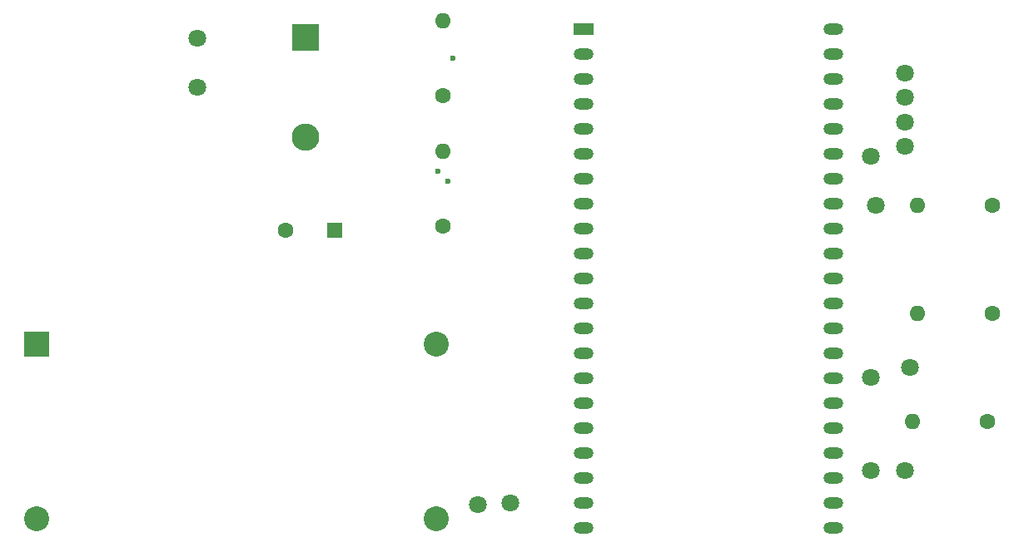
<source format=gbr>
%TF.GenerationSoftware,KiCad,Pcbnew,8.0.1*%
%TF.CreationDate,2024-09-13T04:46:56+01:00*%
%TF.ProjectId,monitor,6d6f6e69-746f-4722-9e6b-696361645f70,rev?*%
%TF.SameCoordinates,Original*%
%TF.FileFunction,Copper,L2,Bot*%
%TF.FilePolarity,Positive*%
%FSLAX46Y46*%
G04 Gerber Fmt 4.6, Leading zero omitted, Abs format (unit mm)*
G04 Created by KiCad (PCBNEW 8.0.1) date 2024-09-13 04:46:56*
%MOMM*%
%LPD*%
G01*
G04 APERTURE LIST*
%TA.AperFunction,ComponentPad*%
%ADD10C,1.600000*%
%TD*%
%TA.AperFunction,ComponentPad*%
%ADD11O,1.600000X1.600000*%
%TD*%
%TA.AperFunction,ComponentPad*%
%ADD12R,1.600000X1.600000*%
%TD*%
%TA.AperFunction,ComponentPad*%
%ADD13R,2.540000X2.540000*%
%TD*%
%TA.AperFunction,ComponentPad*%
%ADD14C,2.540000*%
%TD*%
%TA.AperFunction,ComponentPad*%
%ADD15R,2.000000X1.200000*%
%TD*%
%TA.AperFunction,ComponentPad*%
%ADD16O,2.000000X1.200000*%
%TD*%
%TA.AperFunction,ComponentPad*%
%ADD17R,2.800000X2.800000*%
%TD*%
%TA.AperFunction,ComponentPad*%
%ADD18O,2.800000X2.800000*%
%TD*%
%TA.AperFunction,ViaPad*%
%ADD19C,1.800000*%
%TD*%
%TA.AperFunction,ViaPad*%
%ADD20C,0.600000*%
%TD*%
G04 APERTURE END LIST*
D10*
%TO.P,5.6k,1*%
%TO.N,N/C*%
X94000000Y-97620000D03*
D11*
%TO.P,5.6k,2*%
X94000000Y-90000000D03*
%TD*%
D12*
%TO.P,REF1,1*%
%TO.N,N/C*%
X83000000Y-98000000D03*
D10*
%TO.P,REF1,2*%
X78000000Y-98000000D03*
%TD*%
D13*
%TO.P,REF\u002A\u002A,1*%
%TO.N,N/C*%
X52680000Y-109610000D03*
D14*
%TO.P,REF\u002A\u002A,2*%
X52680000Y-127390000D03*
%TO.P,REF\u002A\u002A,3*%
X93320000Y-127390000D03*
%TO.P,REF\u002A\u002A,4*%
X93320000Y-109610000D03*
%TD*%
D10*
%TO.P,10k,1*%
%TO.N,N/C*%
X149810000Y-95500000D03*
D11*
%TO.P,10k,2*%
X142190000Y-95500000D03*
%TD*%
D10*
%TO.P,10k,1*%
%TO.N,N/C*%
X149310000Y-117500000D03*
D11*
%TO.P,10k,2*%
X141690000Y-117500000D03*
%TD*%
D15*
%TO.P,REF\u002A\u002A,1*%
%TO.N,N/C*%
X108300000Y-77556560D03*
D16*
%TO.P,REF\u002A\u002A,2*%
X108300000Y-80096560D03*
%TO.P,REF\u002A\u002A,3*%
X108300000Y-82636560D03*
%TO.P,REF\u002A\u002A,4*%
X108300000Y-85176560D03*
%TO.P,REF\u002A\u002A,5*%
X108300000Y-87716560D03*
%TO.P,REF\u002A\u002A,6*%
X108300000Y-90256560D03*
%TO.P,REF\u002A\u002A,7*%
X108300000Y-92796560D03*
%TO.P,REF\u002A\u002A,8*%
X108300000Y-95336560D03*
%TO.P,REF\u002A\u002A,9*%
X108300000Y-97876560D03*
%TO.P,REF\u002A\u002A,10*%
X108300000Y-100416560D03*
%TO.P,REF\u002A\u002A,11*%
X108300000Y-102956560D03*
%TO.P,REF\u002A\u002A,12*%
X108300000Y-105496560D03*
%TO.P,REF\u002A\u002A,13*%
X108300000Y-108036560D03*
%TO.P,REF\u002A\u002A,14*%
X108300000Y-110576560D03*
%TO.P,REF\u002A\u002A,15*%
X108300000Y-113116560D03*
%TO.P,REF\u002A\u002A,16*%
X108300000Y-115656560D03*
%TO.P,REF\u002A\u002A,17*%
X108300000Y-118196560D03*
%TO.P,REF\u002A\u002A,18*%
X108300000Y-120736560D03*
%TO.P,REF\u002A\u002A,19*%
X108300000Y-123276560D03*
%TO.P,REF\u002A\u002A,20*%
X108300000Y-125816560D03*
%TO.P,REF\u002A\u002A,21*%
X108300000Y-128356560D03*
%TO.P,REF\u002A\u002A,22*%
X133700000Y-128356560D03*
%TO.P,REF\u002A\u002A,23*%
X133700000Y-125816560D03*
%TO.P,REF\u002A\u002A,24*%
X133700000Y-123276560D03*
%TO.P,REF\u002A\u002A,25*%
X133700000Y-120736560D03*
%TO.P,REF\u002A\u002A,26*%
X133700000Y-118196560D03*
%TO.P,REF\u002A\u002A,27*%
X133700000Y-115656560D03*
%TO.P,REF\u002A\u002A,28*%
X133700000Y-113116560D03*
%TO.P,REF\u002A\u002A,29*%
X133700000Y-110576560D03*
%TO.P,REF\u002A\u002A,30*%
X133700000Y-108036560D03*
%TO.P,REF\u002A\u002A,31*%
X133700000Y-105496560D03*
%TO.P,REF\u002A\u002A,32*%
X133700000Y-102956560D03*
%TO.P,REF\u002A\u002A,33*%
X133700000Y-100416560D03*
%TO.P,REF\u002A\u002A,34*%
X133700000Y-97876560D03*
%TO.P,REF\u002A\u002A,35*%
X133700000Y-95336560D03*
%TO.P,REF\u002A\u002A,36*%
X133700000Y-92796560D03*
%TO.P,REF\u002A\u002A,37*%
X133700000Y-90256560D03*
%TO.P,REF\u002A\u002A,38*%
X133700000Y-87716560D03*
%TO.P,REF\u002A\u002A,39*%
X133700000Y-85176560D03*
%TO.P,REF\u002A\u002A,40*%
X133700000Y-82636560D03*
%TO.P,REF\u002A\u002A,41*%
X133700000Y-80096560D03*
%TO.P,REF\u002A\u002A,42*%
X133700000Y-77556560D03*
%TD*%
D10*
%TO.P,10k,1*%
%TO.N,N/C*%
X149810000Y-106500000D03*
D11*
%TO.P,10k,2*%
X142190000Y-106500000D03*
%TD*%
D10*
%TO.P,100k,1*%
%TO.N,N/C*%
X94000000Y-84310000D03*
D11*
%TO.P,100k,2*%
X94000000Y-76690000D03*
%TD*%
D17*
%TO.P,REF\u002A\u002A,1*%
%TO.N,N/C*%
X80000000Y-78420000D03*
D18*
%TO.P,REF\u002A\u002A,2*%
X80000000Y-88580000D03*
%TD*%
D19*
%TO.N,*%
X100816560Y-125816560D03*
X97500000Y-126000000D03*
X137500000Y-122500000D03*
X141500000Y-112000000D03*
X137500000Y-113000000D03*
X141000000Y-122500000D03*
X138000000Y-95500000D03*
X137500000Y-90500000D03*
X141000000Y-89500000D03*
X141000000Y-87000000D03*
X141000000Y-84500000D03*
X141000000Y-82000000D03*
X69000000Y-83500000D03*
X69000000Y-78500000D03*
D20*
X95000000Y-80500000D03*
X93500000Y-92000000D03*
X94000000Y-97620000D03*
X94500000Y-93000000D03*
%TD*%
M02*

</source>
